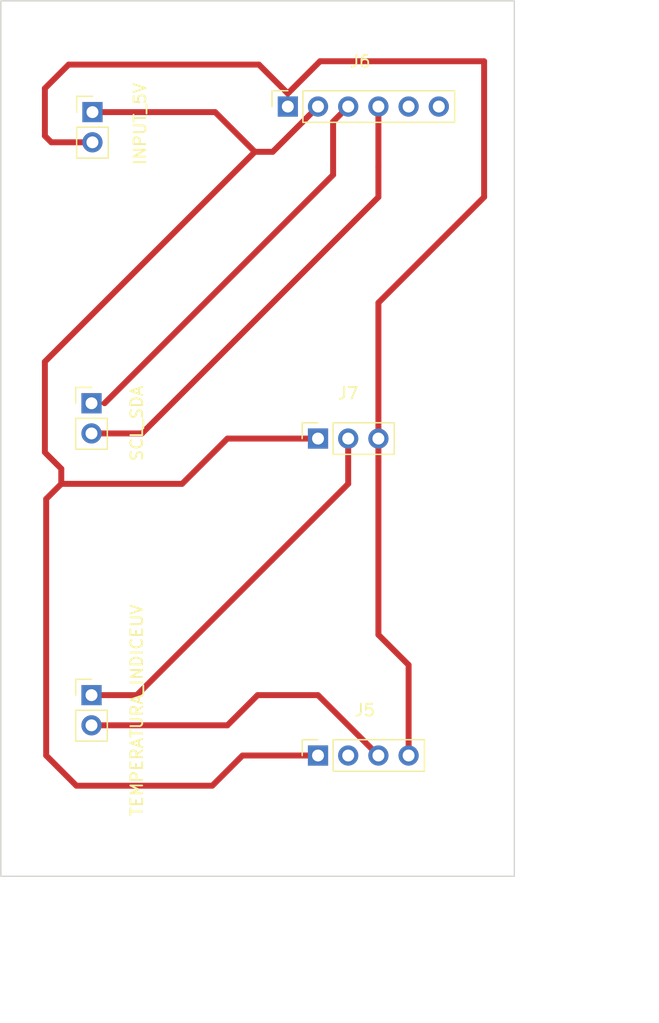
<source format=kicad_pcb>
(kicad_pcb (version 20171130) (host pcbnew 5.1.5-52549c5~86~ubuntu18.04.1)

  (general
    (thickness 1.6)
    (drawings 6)
    (tracks 48)
    (zones 0)
    (modules 6)
    (nets 10)
  )

  (page A4)
  (layers
    (0 F.Cu signal)
    (31 B.Cu signal)
    (32 B.Adhes user)
    (33 F.Adhes user)
    (34 B.Paste user)
    (35 F.Paste user)
    (36 B.SilkS user)
    (37 F.SilkS user)
    (38 B.Mask user)
    (39 F.Mask user)
    (40 Dwgs.User user)
    (41 Cmts.User user)
    (42 Eco1.User user)
    (43 Eco2.User user)
    (44 Edge.Cuts user)
    (45 Margin user)
    (46 B.CrtYd user)
    (47 F.CrtYd user)
    (48 B.Fab user)
    (49 F.Fab user)
  )

  (setup
    (last_trace_width 0.25)
    (trace_clearance 0.2)
    (zone_clearance 0.508)
    (zone_45_only no)
    (trace_min 0.2)
    (via_size 0.8)
    (via_drill 0.4)
    (via_min_size 0.4)
    (via_min_drill 0.3)
    (uvia_size 0.3)
    (uvia_drill 0.1)
    (uvias_allowed no)
    (uvia_min_size 0.2)
    (uvia_min_drill 0.1)
    (edge_width 0.05)
    (segment_width 0.2)
    (pcb_text_width 0.3)
    (pcb_text_size 1.5 1.5)
    (mod_edge_width 0.12)
    (mod_text_size 1 1)
    (mod_text_width 0.15)
    (pad_size 1.524 1.524)
    (pad_drill 0.762)
    (pad_to_mask_clearance 0.051)
    (solder_mask_min_width 0.25)
    (aux_axis_origin 0 0)
    (visible_elements 7FFFFFFF)
    (pcbplotparams
      (layerselection 0x010fc_ffffffff)
      (usegerberextensions false)
      (usegerberattributes false)
      (usegerberadvancedattributes false)
      (creategerberjobfile false)
      (excludeedgelayer true)
      (linewidth 0.100000)
      (plotframeref false)
      (viasonmask false)
      (mode 1)
      (useauxorigin false)
      (hpglpennumber 1)
      (hpglpenspeed 20)
      (hpglpendiameter 15.000000)
      (psnegative false)
      (psa4output false)
      (plotreference true)
      (plotvalue true)
      (plotinvisibletext false)
      (padsonsilk false)
      (subtractmaskfromsilk false)
      (outputformat 1)
      (mirror false)
      (drillshape 1)
      (scaleselection 1)
      (outputdirectory ""))
  )

  (net 0 "")
  (net 1 Earth)
  (net 2 /ALIMENTACAO_5V)
  (net 3 /SINAL_TEMPERATURA)
  (net 4 /SINAL_INDICE_UV)
  (net 5 /SINAL_SCL)
  (net 6 /SINAL_SDA)
  (net 7 "Net-(J5-Pad2)")
  (net 8 "Net-(J6-Pad6)")
  (net 9 "Net-(J6-Pad5)")

  (net_class Default "Esta é a classe de rede padrão."
    (clearance 0.2)
    (trace_width 0.25)
    (via_dia 0.8)
    (via_drill 0.4)
    (uvia_dia 0.3)
    (uvia_drill 0.1)
    (add_net /ALIMENTACAO_5V)
    (add_net /SINAL_INDICE_UV)
    (add_net /SINAL_SCL)
    (add_net /SINAL_SDA)
    (add_net /SINAL_TEMPERATURA)
    (add_net Earth)
    (add_net "Net-(J5-Pad2)")
    (add_net "Net-(J6-Pad5)")
    (add_net "Net-(J6-Pad6)")
  )

  (module Connector_PinHeader_2.54mm:PinHeader_1x02_P2.54mm_Vertical (layer F.Cu) (tedit 59FED5CC) (tstamp 5E6D86FC)
    (at 103.92 92.4982)
    (descr "Through hole straight pin header, 1x02, 2.54mm pitch, single row")
    (tags "Through hole pin header THT 1x02 2.54mm single row")
    (path /5E64341A)
    (fp_text reference SCL_SDA (at 3.81 1.7018 90) (layer F.SilkS)
      (effects (font (size 1 1) (thickness 0.15)))
    )
    (fp_text value Conn_01x02_Male (at 5.08 11.8618) (layer F.Fab)
      (effects (font (size 1 1) (thickness 0.15)))
    )
    (fp_text user %R (at 0 1.27 90) (layer F.Fab)
      (effects (font (size 1 1) (thickness 0.15)))
    )
    (fp_line (start 1.8 -1.8) (end -1.8 -1.8) (layer F.CrtYd) (width 0.05))
    (fp_line (start 1.8 4.35) (end 1.8 -1.8) (layer F.CrtYd) (width 0.05))
    (fp_line (start -1.8 4.35) (end 1.8 4.35) (layer F.CrtYd) (width 0.05))
    (fp_line (start -1.8 -1.8) (end -1.8 4.35) (layer F.CrtYd) (width 0.05))
    (fp_line (start -1.33 -1.33) (end 0 -1.33) (layer F.SilkS) (width 0.12))
    (fp_line (start -1.33 0) (end -1.33 -1.33) (layer F.SilkS) (width 0.12))
    (fp_line (start -1.33 1.27) (end 1.33 1.27) (layer F.SilkS) (width 0.12))
    (fp_line (start 1.33 1.27) (end 1.33 3.87) (layer F.SilkS) (width 0.12))
    (fp_line (start -1.33 1.27) (end -1.33 3.87) (layer F.SilkS) (width 0.12))
    (fp_line (start -1.33 3.87) (end 1.33 3.87) (layer F.SilkS) (width 0.12))
    (fp_line (start -1.27 -0.635) (end -0.635 -1.27) (layer F.Fab) (width 0.1))
    (fp_line (start -1.27 3.81) (end -1.27 -0.635) (layer F.Fab) (width 0.1))
    (fp_line (start 1.27 3.81) (end -1.27 3.81) (layer F.Fab) (width 0.1))
    (fp_line (start 1.27 -1.27) (end 1.27 3.81) (layer F.Fab) (width 0.1))
    (fp_line (start -0.635 -1.27) (end 1.27 -1.27) (layer F.Fab) (width 0.1))
    (pad 2 thru_hole oval (at 0 2.54) (size 1.7 1.7) (drill 1) (layers *.Cu *.Mask)
      (net 5 /SINAL_SCL))
    (pad 1 thru_hole rect (at 0 0) (size 1.7 1.7) (drill 1) (layers *.Cu *.Mask)
      (net 6 /SINAL_SDA))
    (model ${KISYS3DMOD}/Connector_PinHeader_2.54mm.3dshapes/PinHeader_1x02_P2.54mm_Vertical.wrl
      (at (xyz 0 0 0))
      (scale (xyz 1 1 1))
      (rotate (xyz 0 0 0))
    )
  )

  (module Connector_PinHeader_2.54mm:PinHeader_1x02_P2.54mm_Vertical (layer F.Cu) (tedit 59FED5CC) (tstamp 5E6D8987)
    (at 103.92 117.06)
    (descr "Through hole straight pin header, 1x02, 2.54mm pitch, single row")
    (tags "Through hole pin header THT 1x02 2.54mm single row")
    (path /5E64B07B)
    (fp_text reference TEMPERATURA_INDICEUV (at 3.81 1.27 90) (layer F.SilkS)
      (effects (font (size 1 1) (thickness 0.15)))
    )
    (fp_text value Conn_01x02_Male (at 5.08 6.35) (layer F.Fab)
      (effects (font (size 1 1) (thickness 0.15)))
    )
    (fp_text user %R (at 0 1.27 90) (layer F.Fab)
      (effects (font (size 1 1) (thickness 0.15)))
    )
    (fp_line (start 1.8 -1.8) (end -1.8 -1.8) (layer F.CrtYd) (width 0.05))
    (fp_line (start 1.8 4.35) (end 1.8 -1.8) (layer F.CrtYd) (width 0.05))
    (fp_line (start -1.8 4.35) (end 1.8 4.35) (layer F.CrtYd) (width 0.05))
    (fp_line (start -1.8 -1.8) (end -1.8 4.35) (layer F.CrtYd) (width 0.05))
    (fp_line (start -1.33 -1.33) (end 0 -1.33) (layer F.SilkS) (width 0.12))
    (fp_line (start -1.33 0) (end -1.33 -1.33) (layer F.SilkS) (width 0.12))
    (fp_line (start -1.33 1.27) (end 1.33 1.27) (layer F.SilkS) (width 0.12))
    (fp_line (start 1.33 1.27) (end 1.33 3.87) (layer F.SilkS) (width 0.12))
    (fp_line (start -1.33 1.27) (end -1.33 3.87) (layer F.SilkS) (width 0.12))
    (fp_line (start -1.33 3.87) (end 1.33 3.87) (layer F.SilkS) (width 0.12))
    (fp_line (start -1.27 -0.635) (end -0.635 -1.27) (layer F.Fab) (width 0.1))
    (fp_line (start -1.27 3.81) (end -1.27 -0.635) (layer F.Fab) (width 0.1))
    (fp_line (start 1.27 3.81) (end -1.27 3.81) (layer F.Fab) (width 0.1))
    (fp_line (start 1.27 -1.27) (end 1.27 3.81) (layer F.Fab) (width 0.1))
    (fp_line (start -0.635 -1.27) (end 1.27 -1.27) (layer F.Fab) (width 0.1))
    (pad 2 thru_hole oval (at 0 2.54) (size 1.7 1.7) (drill 1) (layers *.Cu *.Mask)
      (net 3 /SINAL_TEMPERATURA))
    (pad 1 thru_hole rect (at 0 0) (size 1.7 1.7) (drill 1) (layers *.Cu *.Mask)
      (net 4 /SINAL_INDICE_UV))
    (model ${KISYS3DMOD}/Connector_PinHeader_2.54mm.3dshapes/PinHeader_1x02_P2.54mm_Vertical.wrl
      (at (xyz 0 0 0))
      (scale (xyz 1 1 1))
      (rotate (xyz 0 0 0))
    )
  )

  (module Connector_PinHeader_2.54mm:PinHeader_1x02_P2.54mm_Vertical (layer F.Cu) (tedit 59FED5CC) (tstamp 5E6D86D0)
    (at 104 68)
    (descr "Through hole straight pin header, 1x02, 2.54mm pitch, single row")
    (tags "Through hole pin header THT 1x02 2.54mm single row")
    (path /5E6764F1)
    (fp_text reference INPUT_5V (at 4 1 90) (layer F.SilkS)
      (effects (font (size 1 1) (thickness 0.15)))
    )
    (fp_text value Conn_01x02_Male (at 1 -4) (layer F.Fab)
      (effects (font (size 1 1) (thickness 0.15)))
    )
    (fp_text user %R (at 0 1.27 90) (layer F.Fab)
      (effects (font (size 1 1) (thickness 0.15)))
    )
    (fp_line (start 1.8 -1.8) (end -1.8 -1.8) (layer F.CrtYd) (width 0.05))
    (fp_line (start 1.8 4.35) (end 1.8 -1.8) (layer F.CrtYd) (width 0.05))
    (fp_line (start -1.8 4.35) (end 1.8 4.35) (layer F.CrtYd) (width 0.05))
    (fp_line (start -1.8 -1.8) (end -1.8 4.35) (layer F.CrtYd) (width 0.05))
    (fp_line (start -1.33 -1.33) (end 0 -1.33) (layer F.SilkS) (width 0.12))
    (fp_line (start -1.33 0) (end -1.33 -1.33) (layer F.SilkS) (width 0.12))
    (fp_line (start -1.33 1.27) (end 1.33 1.27) (layer F.SilkS) (width 0.12))
    (fp_line (start 1.33 1.27) (end 1.33 3.87) (layer F.SilkS) (width 0.12))
    (fp_line (start -1.33 1.27) (end -1.33 3.87) (layer F.SilkS) (width 0.12))
    (fp_line (start -1.33 3.87) (end 1.33 3.87) (layer F.SilkS) (width 0.12))
    (fp_line (start -1.27 -0.635) (end -0.635 -1.27) (layer F.Fab) (width 0.1))
    (fp_line (start -1.27 3.81) (end -1.27 -0.635) (layer F.Fab) (width 0.1))
    (fp_line (start 1.27 3.81) (end -1.27 3.81) (layer F.Fab) (width 0.1))
    (fp_line (start 1.27 -1.27) (end 1.27 3.81) (layer F.Fab) (width 0.1))
    (fp_line (start -0.635 -1.27) (end 1.27 -1.27) (layer F.Fab) (width 0.1))
    (pad 2 thru_hole oval (at 0 2.54) (size 1.7 1.7) (drill 1) (layers *.Cu *.Mask)
      (net 1 Earth))
    (pad 1 thru_hole rect (at 0 0) (size 1.7 1.7) (drill 1) (layers *.Cu *.Mask)
      (net 2 /ALIMENTACAO_5V))
    (model ${KISYS3DMOD}/Connector_PinHeader_2.54mm.3dshapes/PinHeader_1x02_P2.54mm_Vertical.wrl
      (at (xyz 0 0 0))
      (scale (xyz 1 1 1))
      (rotate (xyz 0 0 0))
    )
  )

  (module Connector_PinSocket_2.54mm:PinSocket_1x03_P2.54mm_Vertical (layer F.Cu) (tedit 5A19A429) (tstamp 5E657C66)
    (at 122.97 95.47 90)
    (descr "Through hole straight socket strip, 1x03, 2.54mm pitch, single row (from Kicad 4.0.7), script generated")
    (tags "Through hole socket strip THT 1x03 2.54mm single row")
    (path /5E679304)
    (fp_text reference J7 (at 3.81 2.54 180) (layer F.SilkS)
      (effects (font (size 1 1) (thickness 0.15)))
    )
    (fp_text value Conn_01x03_Female (at 0 7.85 90) (layer F.Fab)
      (effects (font (size 1 1) (thickness 0.15)))
    )
    (fp_text user %R (at 0.508 2.54) (layer F.Fab)
      (effects (font (size 1 1) (thickness 0.15)))
    )
    (fp_line (start -1.8 6.85) (end -1.8 -1.8) (layer F.CrtYd) (width 0.05))
    (fp_line (start 1.75 6.85) (end -1.8 6.85) (layer F.CrtYd) (width 0.05))
    (fp_line (start 1.75 -1.8) (end 1.75 6.85) (layer F.CrtYd) (width 0.05))
    (fp_line (start -1.8 -1.8) (end 1.75 -1.8) (layer F.CrtYd) (width 0.05))
    (fp_line (start 0 -1.33) (end 1.33 -1.33) (layer F.SilkS) (width 0.12))
    (fp_line (start 1.33 -1.33) (end 1.33 0) (layer F.SilkS) (width 0.12))
    (fp_line (start 1.33 1.27) (end 1.33 6.41) (layer F.SilkS) (width 0.12))
    (fp_line (start -1.33 6.41) (end 1.33 6.41) (layer F.SilkS) (width 0.12))
    (fp_line (start -1.33 1.27) (end -1.33 6.41) (layer F.SilkS) (width 0.12))
    (fp_line (start -1.33 1.27) (end 1.33 1.27) (layer F.SilkS) (width 0.12))
    (fp_line (start -1.27 6.35) (end -1.27 -1.27) (layer F.Fab) (width 0.1))
    (fp_line (start 1.27 6.35) (end -1.27 6.35) (layer F.Fab) (width 0.1))
    (fp_line (start 1.27 -0.635) (end 1.27 6.35) (layer F.Fab) (width 0.1))
    (fp_line (start 0.635 -1.27) (end 1.27 -0.635) (layer F.Fab) (width 0.1))
    (fp_line (start -1.27 -1.27) (end 0.635 -1.27) (layer F.Fab) (width 0.1))
    (pad 3 thru_hole oval (at 0 5.08 90) (size 1.7 1.7) (drill 1) (layers *.Cu *.Mask)
      (net 1 Earth))
    (pad 2 thru_hole oval (at 0 2.54 90) (size 1.7 1.7) (drill 1) (layers *.Cu *.Mask)
      (net 4 /SINAL_INDICE_UV))
    (pad 1 thru_hole rect (at 0 0 90) (size 1.7 1.7) (drill 1) (layers *.Cu *.Mask)
      (net 2 /ALIMENTACAO_5V))
    (model ${KISYS3DMOD}/Connector_PinSocket_2.54mm.3dshapes/PinSocket_1x03_P2.54mm_Vertical.wrl
      (at (xyz 0 0 0))
      (scale (xyz 1 1 1))
      (rotate (xyz 0 0 0))
    )
  )

  (module Connector_PinSocket_2.54mm:PinSocket_1x06_P2.54mm_Vertical (layer F.Cu) (tedit 5A19A430) (tstamp 5E657E79)
    (at 120.43 67.53 90)
    (descr "Through hole straight socket strip, 1x06, 2.54mm pitch, single row (from Kicad 4.0.7), script generated")
    (tags "Through hole socket strip THT 1x06 2.54mm single row")
    (path /5E67EA9E)
    (fp_text reference J6 (at 3.81 6.096 180) (layer F.SilkS)
      (effects (font (size 1 1) (thickness 0.15)))
    )
    (fp_text value Conn_01x06_Female (at 0 15.47 90) (layer F.Fab)
      (effects (font (size 1 1) (thickness 0.15)))
    )
    (fp_text user %R (at 0 6.35) (layer F.Fab)
      (effects (font (size 1 1) (thickness 0.15)))
    )
    (fp_line (start -1.8 14.45) (end -1.8 -1.8) (layer F.CrtYd) (width 0.05))
    (fp_line (start 1.75 14.45) (end -1.8 14.45) (layer F.CrtYd) (width 0.05))
    (fp_line (start 1.75 -1.8) (end 1.75 14.45) (layer F.CrtYd) (width 0.05))
    (fp_line (start -1.8 -1.8) (end 1.75 -1.8) (layer F.CrtYd) (width 0.05))
    (fp_line (start 0 -1.33) (end 1.33 -1.33) (layer F.SilkS) (width 0.12))
    (fp_line (start 1.33 -1.33) (end 1.33 0) (layer F.SilkS) (width 0.12))
    (fp_line (start 1.33 1.27) (end 1.33 14.03) (layer F.SilkS) (width 0.12))
    (fp_line (start -1.33 14.03) (end 1.33 14.03) (layer F.SilkS) (width 0.12))
    (fp_line (start -1.33 1.27) (end -1.33 14.03) (layer F.SilkS) (width 0.12))
    (fp_line (start -1.33 1.27) (end 1.33 1.27) (layer F.SilkS) (width 0.12))
    (fp_line (start -1.27 13.97) (end -1.27 -1.27) (layer F.Fab) (width 0.1))
    (fp_line (start 1.27 13.97) (end -1.27 13.97) (layer F.Fab) (width 0.1))
    (fp_line (start 1.27 -0.635) (end 1.27 13.97) (layer F.Fab) (width 0.1))
    (fp_line (start 0.635 -1.27) (end 1.27 -0.635) (layer F.Fab) (width 0.1))
    (fp_line (start -1.27 -1.27) (end 0.635 -1.27) (layer F.Fab) (width 0.1))
    (pad 6 thru_hole oval (at 0 12.7 90) (size 1.7 1.7) (drill 1) (layers *.Cu *.Mask)
      (net 8 "Net-(J6-Pad6)"))
    (pad 5 thru_hole oval (at 0 10.16 90) (size 1.7 1.7) (drill 1) (layers *.Cu *.Mask)
      (net 9 "Net-(J6-Pad5)"))
    (pad 4 thru_hole oval (at 0 7.62 90) (size 1.7 1.7) (drill 1) (layers *.Cu *.Mask)
      (net 5 /SINAL_SCL))
    (pad 3 thru_hole oval (at 0 5.08 90) (size 1.7 1.7) (drill 1) (layers *.Cu *.Mask)
      (net 6 /SINAL_SDA))
    (pad 2 thru_hole oval (at 0 2.54 90) (size 1.7 1.7) (drill 1) (layers *.Cu *.Mask)
      (net 2 /ALIMENTACAO_5V))
    (pad 1 thru_hole rect (at 0 0 90) (size 1.7 1.7) (drill 1) (layers *.Cu *.Mask)
      (net 1 Earth))
    (model ${KISYS3DMOD}/Connector_PinSocket_2.54mm.3dshapes/PinSocket_1x06_P2.54mm_Vertical.wrl
      (at (xyz 0 0 0))
      (scale (xyz 1 1 1))
      (rotate (xyz 0 0 0))
    )
  )

  (module Connector_PinSocket_2.54mm:PinSocket_1x04_P2.54mm_Vertical (layer F.Cu) (tedit 5A19A429) (tstamp 5E657C35)
    (at 122.97 122.14 90)
    (descr "Through hole straight socket strip, 1x04, 2.54mm pitch, single row (from Kicad 4.0.7), script generated")
    (tags "Through hole socket strip THT 1x04 2.54mm single row")
    (path /5E67C9CF)
    (fp_text reference J5 (at 3.81 3.937 180) (layer F.SilkS)
      (effects (font (size 1 1) (thickness 0.15)))
    )
    (fp_text value Conn_01x04_Female (at 0 10.39 90) (layer F.Fab)
      (effects (font (size 1 1) (thickness 0.15)))
    )
    (fp_text user %R (at 0 3.81) (layer F.Fab)
      (effects (font (size 1 1) (thickness 0.15)))
    )
    (fp_line (start -1.8 9.4) (end -1.8 -1.8) (layer F.CrtYd) (width 0.05))
    (fp_line (start 1.75 9.4) (end -1.8 9.4) (layer F.CrtYd) (width 0.05))
    (fp_line (start 1.75 -1.8) (end 1.75 9.4) (layer F.CrtYd) (width 0.05))
    (fp_line (start -1.8 -1.8) (end 1.75 -1.8) (layer F.CrtYd) (width 0.05))
    (fp_line (start 0 -1.33) (end 1.33 -1.33) (layer F.SilkS) (width 0.12))
    (fp_line (start 1.33 -1.33) (end 1.33 0) (layer F.SilkS) (width 0.12))
    (fp_line (start 1.33 1.27) (end 1.33 8.95) (layer F.SilkS) (width 0.12))
    (fp_line (start -1.33 8.95) (end 1.33 8.95) (layer F.SilkS) (width 0.12))
    (fp_line (start -1.33 1.27) (end -1.33 8.95) (layer F.SilkS) (width 0.12))
    (fp_line (start -1.33 1.27) (end 1.33 1.27) (layer F.SilkS) (width 0.12))
    (fp_line (start -1.27 8.89) (end -1.27 -1.27) (layer F.Fab) (width 0.1))
    (fp_line (start 1.27 8.89) (end -1.27 8.89) (layer F.Fab) (width 0.1))
    (fp_line (start 1.27 -0.635) (end 1.27 8.89) (layer F.Fab) (width 0.1))
    (fp_line (start 0.635 -1.27) (end 1.27 -0.635) (layer F.Fab) (width 0.1))
    (fp_line (start -1.27 -1.27) (end 0.635 -1.27) (layer F.Fab) (width 0.1))
    (pad 4 thru_hole oval (at 0 7.62 90) (size 1.7 1.7) (drill 1) (layers *.Cu *.Mask)
      (net 1 Earth))
    (pad 3 thru_hole oval (at 0 5.08 90) (size 1.7 1.7) (drill 1) (layers *.Cu *.Mask)
      (net 3 /SINAL_TEMPERATURA))
    (pad 2 thru_hole oval (at 0 2.54 90) (size 1.7 1.7) (drill 1) (layers *.Cu *.Mask)
      (net 7 "Net-(J5-Pad2)"))
    (pad 1 thru_hole rect (at 0 0 90) (size 1.7 1.7) (drill 1) (layers *.Cu *.Mask)
      (net 2 /ALIMENTACAO_5V))
    (model ${KISYS3DMOD}/Connector_PinSocket_2.54mm.3dshapes/PinSocket_1x04_P2.54mm_Vertical.wrl
      (at (xyz 0 0 0))
      (scale (xyz 1 1 1))
      (rotate (xyz 0 0 0))
    )
  )

  (dimension 43.18 (width 0.15) (layer Dwgs.User)
    (gr_text "43,180 mm" (at 117.89 145.3) (layer Dwgs.User)
      (effects (font (size 1 1) (thickness 0.15)))
    )
    (feature1 (pts (xy 139.48 132.3) (xy 139.48 144.586421)))
    (feature2 (pts (xy 96.3 132.3) (xy 96.3 144.586421)))
    (crossbar (pts (xy 96.3 144) (xy 139.48 144)))
    (arrow1a (pts (xy 139.48 144) (xy 138.353496 144.586421)))
    (arrow1b (pts (xy 139.48 144) (xy 138.353496 143.413579)))
    (arrow2a (pts (xy 96.3 144) (xy 97.426504 144.586421)))
    (arrow2b (pts (xy 96.3 144) (xy 97.426504 143.413579)))
  )
  (dimension 73.66 (width 0.15) (layer Dwgs.User)
    (gr_text "73,660 mm" (at 150.3 95.47 270) (layer Dwgs.User)
      (effects (font (size 1 1) (thickness 0.15)))
    )
    (feature1 (pts (xy 139.48 132.3) (xy 149.586421 132.3)))
    (feature2 (pts (xy 139.48 58.64) (xy 149.586421 58.64)))
    (crossbar (pts (xy 149 58.64) (xy 149 132.3)))
    (arrow1a (pts (xy 149 132.3) (xy 148.413579 131.173496)))
    (arrow1b (pts (xy 149 132.3) (xy 149.586421 131.173496)))
    (arrow2a (pts (xy 149 58.64) (xy 148.413579 59.766504)))
    (arrow2b (pts (xy 149 58.64) (xy 149.586421 59.766504)))
  )
  (gr_line (start 139.48 58.64) (end 139.48 132.3) (layer Edge.Cuts) (width 0.1))
  (gr_line (start 96.3 58.64) (end 139.48 58.64) (layer Edge.Cuts) (width 0.1))
  (gr_line (start 96.3 132.3) (end 96.3 58.64) (layer Edge.Cuts) (width 0.1))
  (gr_line (start 139.48 132.3) (end 96.3 132.3) (layer Edge.Cuts) (width 0.1))

  (segment (start 128.05 95.47) (end 128.05 111.98) (width 0.5) (layer F.Cu) (net 1))
  (segment (start 130.59 114.52) (end 130.59 122.14) (width 0.5) (layer F.Cu) (net 1))
  (segment (start 128.05 95.47) (end 128.05 84.04) (width 0.5) (layer F.Cu) (net 1))
  (segment (start 128.05 84.04) (end 136.94 75.15) (width 0.5) (layer F.Cu) (net 1))
  (segment (start 136.94 75.15) (end 136.94 63.72) (width 0.5) (layer F.Cu) (net 1))
  (segment (start 123.14 63.72) (end 120.43 66.43) (width 0.5) (layer F.Cu) (net 1))
  (segment (start 136.94 63.72) (end 123.14 63.72) (width 0.5) (layer F.Cu) (net 1))
  (segment (start 128.05 111.98) (end 130.59 114.52) (width 0.5) (layer F.Cu) (net 1))
  (segment (start 104 70.54) (end 100.54 70.54) (width 0.5) (layer F.Cu) (net 1))
  (segment (start 100.54 70.54) (end 100 70) (width 0.5) (layer F.Cu) (net 1))
  (segment (start 100 70) (end 100 66) (width 0.5) (layer F.Cu) (net 1))
  (segment (start 100 66) (end 102 64) (width 0.5) (layer F.Cu) (net 1))
  (segment (start 120.43 66.43) (end 120.43 67.53) (width 0.25) (layer F.Cu) (net 1))
  (segment (start 118 64) (end 120.43 66.43) (width 0.5) (layer F.Cu) (net 1))
  (segment (start 102 64) (end 118 64) (width 0.5) (layer F.Cu) (net 1))
  (segment (start 119.16 71.34) (end 122.97 67.53) (width 0.5) (layer F.Cu) (net 2))
  (segment (start 115.35 95.47) (end 122.97 95.47) (width 0.5) (layer F.Cu) (net 2))
  (segment (start 100.11 100.55) (end 101.38 99.28) (width 0.5) (layer F.Cu) (net 2))
  (segment (start 116.62 122.14) (end 114.08 124.68) (width 0.5) (layer F.Cu) (net 2))
  (segment (start 101.38 99.28) (end 111.54 99.28) (width 0.5) (layer F.Cu) (net 2))
  (segment (start 122.97 122.14) (end 116.62 122.14) (width 0.5) (layer F.Cu) (net 2))
  (segment (start 114.08 124.68) (end 102.65 124.68) (width 0.5) (layer F.Cu) (net 2))
  (segment (start 102.65 124.68) (end 100.11 122.14) (width 0.5) (layer F.Cu) (net 2))
  (segment (start 111.54 99.28) (end 115.35 95.47) (width 0.5) (layer F.Cu) (net 2))
  (segment (start 100.11 122.14) (end 100.11 100.55) (width 0.5) (layer F.Cu) (net 2))
  (segment (start 101.38 99.28) (end 101.38 98.01) (width 0.5) (layer F.Cu) (net 2))
  (segment (start 101.38 98.01) (end 100.11 96.74) (width 0.5) (layer F.Cu) (net 2))
  (segment (start 119.16 71.34) (end 117.66 71.34) (width 0.5) (layer F.Cu) (net 2))
  (segment (start 117.66 71.34) (end 100 89) (width 0.5) (layer F.Cu) (net 2))
  (segment (start 100 96.63) (end 100.11 96.74) (width 0.25) (layer F.Cu) (net 2))
  (segment (start 100 89) (end 100 96.63) (width 0.5) (layer F.Cu) (net 2))
  (segment (start 114.32 68) (end 104 68) (width 0.5) (layer F.Cu) (net 2))
  (segment (start 117.66 71.34) (end 114.32 68) (width 0.5) (layer F.Cu) (net 2))
  (segment (start 103.92 119.6) (end 115.35 119.6) (width 0.5) (layer F.Cu) (net 3))
  (segment (start 115.35 119.6) (end 117.89 117.06) (width 0.5) (layer F.Cu) (net 3))
  (segment (start 122.97 117.06) (end 128.05 122.14) (width 0.5) (layer F.Cu) (net 3))
  (segment (start 117.89 117.06) (end 122.97 117.06) (width 0.5) (layer F.Cu) (net 3))
  (segment (start 103.92 117.06) (end 107.73 117.06) (width 0.5) (layer F.Cu) (net 4))
  (segment (start 125.51 99.28) (end 125.51 95.47) (width 0.5) (layer F.Cu) (net 4))
  (segment (start 107.73 117.06) (end 125.51 99.28) (width 0.5) (layer F.Cu) (net 4))
  (segment (start 128.05 72.61) (end 128.05 67.53) (width 0.5) (layer F.Cu) (net 5))
  (segment (start 128.05 75.15) (end 128.05 72.61) (width 0.5) (layer F.Cu) (net 5))
  (segment (start 103.92 95.0382) (end 108.1618 95.0382) (width 0.5) (layer F.Cu) (net 5))
  (segment (start 108.1618 95.0382) (end 128.05 75.15) (width 0.5) (layer F.Cu) (net 5))
  (segment (start 105.02 92.4982) (end 124.24 73.2782) (width 0.5) (layer F.Cu) (net 6))
  (segment (start 103.92 92.4982) (end 105.02 92.4982) (width 0.25) (layer F.Cu) (net 6))
  (segment (start 124.24 68.8) (end 125.51 67.53) (width 0.5) (layer F.Cu) (net 6))
  (segment (start 124.24 73.2782) (end 124.24 68.8) (width 0.5) (layer F.Cu) (net 6))

)

</source>
